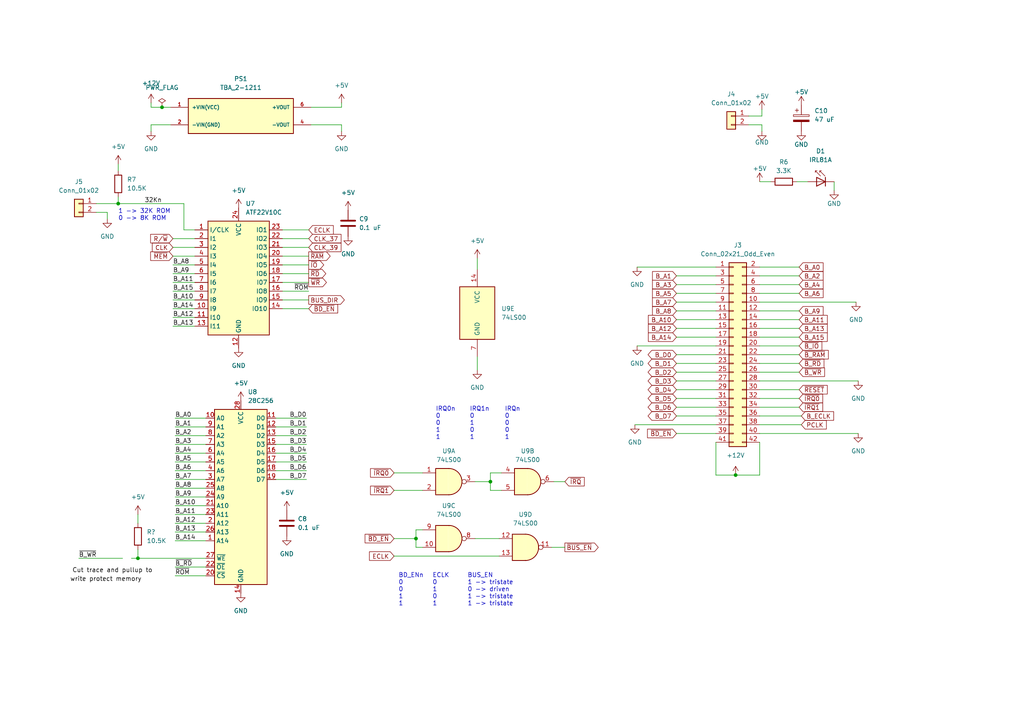
<source format=kicad_sch>
(kicad_sch (version 20211123) (generator eeschema)
  (paper "A4")
  (lib_symbols
    (symbol "0_JDL:ATF22V10C"
      (property "Reference" "U" (at 2.54 21.59 0))
      (property "Value" "ATF22V10C" (at 6.35 19.05 0))
      (symbol "ATF22V10C_0_0"
        (pin power_in line (at 0 -19.05 90) (length 3.81) (name "GND") (number "12"))
        (pin power_in line (at 0 21.59 270) (length 3.81) (name "VCC") (number "24"))
      )
      (symbol "ATF22V10C_0_1"
        (rectangle (start -8.89 17.78) (end 8.89 -15.24) (stroke (width 0.254)) (fill (type background)))
      )
      (symbol "ATF22V10C_1_1"
        (pin input line (at -12.7 15.24 0) (length 3.81) (name "I/CLK") (number "1"))
        (pin input line (at -12.7 -7.62 0) (length 3.81) (name "I9") (number "10"))
        (pin input line (at -12.7 -10.16 0) (length 3.81) (name "I10") (number "11"))
        (pin input line (at -12.7 -12.7 0) (length 3.81) (name "I11") (number "13"))
        (pin tri_state line (at 12.7 -7.62 180) (length 3.81) (name "IO10") (number "14"))
        (pin tri_state line (at 12.7 -5.08 180) (length 3.81) (name "IO9") (number "15"))
        (pin tri_state line (at 12.7 -2.54 180) (length 3.81) (name "IO8") (number "16"))
        (pin tri_state line (at 12.7 0 180) (length 3.81) (name "I07") (number "17"))
        (pin tri_state line (at 12.7 2.54 180) (length 3.81) (name "IO6") (number "18"))
        (pin tri_state line (at 12.7 5.08 180) (length 3.81) (name "IO5") (number "19"))
        (pin input line (at -12.7 12.7 0) (length 3.81) (name "I1") (number "2"))
        (pin tri_state line (at 12.7 7.62 180) (length 3.81) (name "IO4") (number "20"))
        (pin tri_state line (at 12.7 10.16 180) (length 3.81) (name "IO3") (number "21"))
        (pin tri_state line (at 12.7 12.7 180) (length 3.81) (name "IO2") (number "22"))
        (pin tri_state line (at 12.7 15.24 180) (length 3.81) (name "IO1") (number "23"))
        (pin input line (at -12.7 10.16 0) (length 3.81) (name "I2") (number "3"))
        (pin input line (at -12.7 7.62 0) (length 3.81) (name "I3") (number "4"))
        (pin input line (at -12.7 5.08 0) (length 3.81) (name "I4") (number "5"))
        (pin input line (at -12.7 2.54 0) (length 3.81) (name "I5") (number "6"))
        (pin input line (at -12.7 0 0) (length 3.81) (name "I6") (number "7"))
        (pin input line (at -12.7 -2.54 0) (length 3.81) (name "I7") (number "8"))
        (pin input line (at -12.7 -5.08 0) (length 3.81) (name "I8") (number "9"))
      )
    )
    (symbol "74xx:74LS00" (pin_names (offset 1.016))
      (property "Reference" "U" (at 0 1.27 0))
      (property "Value" "74LS00" (at 0 -1.27 0))
      (symbol "74LS00_1_1"
        (arc (start 0 -3.81) (mid 3.81 0) (end 0 3.81) (stroke (width 0.254)) (fill (type background)))
        (polyline (pts (xy 0 3.81) (xy -3.81 3.81) (xy -3.81 -3.81) (xy 0 -3.81)) (stroke (width 0.254)) (fill (type background)))
        (pin input line (at -7.62 2.54 0) (length 3.81) (name "~") (number "1"))
        (pin input line (at -7.62 -2.54 0) (length 3.81) (name "~") (number "2"))
        (pin output inverted (at 7.62 0 180) (length 3.81) (name "~") (number "3"))
      )
      (symbol "74LS00_1_2"
        (arc (start -3.81 -3.81) (mid -2.589 0) (end -3.81 3.81) (stroke (width 0.254)))
        (arc (start -0.6096 -3.81) (mid 2.1842 -2.5851) (end 3.81 0) (stroke (width 0.254)) (fill (type background)))
        (polyline (pts (xy -3.81 -3.81) (xy -0.635 -3.81)) (stroke (width 0.254)) (fill (type background)))
        (polyline (pts (xy -3.81 3.81) (xy -0.635 3.81)) (stroke (width 0.254)) (fill (type background)))
        (polyline (pts (xy -0.635 3.81) (xy -3.81 3.81) (xy -3.81 3.81) (xy -3.556 3.4036) (xy -3.0226 2.2606) (xy -2.6924 1.0414) (xy -2.6162 -0.254) (xy -2.7686 -1.4986) (xy -3.175 -2.7178) (xy -3.81 -3.81) (xy -3.81 -3.81) (xy -0.635 -3.81)) (stroke (width -25.4)) (fill (type background)))
        (arc (start 3.81 0) (mid 2.1915 2.5936) (end -0.6096 3.81) (stroke (width 0.254)) (fill (type background)))
        (pin input inverted (at -7.62 2.54 0) (length 4.318) (name "~") (number "1"))
        (pin input inverted (at -7.62 -2.54 0) (length 4.318) (name "~") (number "2"))
        (pin output line (at 7.62 0 180) (length 3.81) (name "~") (number "3"))
      )
      (symbol "74LS00_2_1"
        (arc (start 0 -3.81) (mid 3.81 0) (end 0 3.81) (stroke (width 0.254)) (fill (type background)))
        (polyline (pts (xy 0 3.81) (xy -3.81 3.81) (xy -3.81 -3.81) (xy 0 -3.81)) (stroke (width 0.254)) (fill (type background)))
        (pin input line (at -7.62 2.54 0) (length 3.81) (name "~") (number "4"))
        (pin input line (at -7.62 -2.54 0) (length 3.81) (name "~") (number "5"))
        (pin output inverted (at 7.62 0 180) (length 3.81) (name "~") (number "6"))
      )
      (symbol "74LS00_2_2"
        (arc (start -3.81 -3.81) (mid -2.589 0) (end -3.81 3.81) (stroke (width 0.254)))
        (arc (start -0.6096 -3.81) (mid 2.1842 -2.5851) (end 3.81 0) (stroke (width 0.254)) (fill (type background)))
        (polyline (pts (xy -3.81 -3.81) (xy -0.635 -3.81)) (stroke (width 0.254)) (fill (type background)))
        (polyline (pts (xy -3.81 3.81) (xy -0.635 3.81)) (stroke (width 0.254)) (fill (type background)))
        (polyline (pts (xy -0.635 3.81) (xy -3.81 3.81) (xy -3.81 3.81) (xy -3.556 3.4036) (xy -3.0226 2.2606) (xy -2.6924 1.0414) (xy -2.6162 -0.254) (xy -2.7686 -1.4986) (xy -3.175 -2.7178) (xy -3.81 -3.81) (xy -3.81 -3.81) (xy -0.635 -3.81)) (stroke (width -25.4)) (fill (type background)))
        (arc (start 3.81 0) (mid 2.1915 2.5936) (end -0.6096 3.81) (stroke (width 0.254)) (fill (type background)))
        (pin input inverted (at -7.62 2.54 0) (length 4.318) (name "~") (number "4"))
        (pin input inverted (at -7.62 -2.54 0) (length 4.318) (name "~") (number "5"))
        (pin output line (at 7.62 0 180) (length 3.81) (name "~") (number "6"))
      )
      (symbol "74LS00_3_1"
        (arc (start 0 -3.81) (mid 3.81 0) (end 0 3.81) (stroke (width 0.254)) (fill (type background)))
        (polyline (pts (xy 0 3.81) (xy -3.81 3.81) (xy -3.81 -3.81) (xy 0 -3.81)) (stroke (width 0.254)) (fill (type background)))
        (pin input line (at -7.62 -2.54 0) (length 3.81) (name "~") (number "10"))
        (pin output inverted (at 7.62 0 180) (length 3.81) (name "~") (number "8"))
        (pin input line (at -7.62 2.54 0) (length 3.81) (name "~") (number "9"))
      )
      (symbol "74LS00_3_2"
        (arc (start -3.81 -3.81) (mid -2.589 0) (end -3.81 3.81) (stroke (width 0.254)))
        (arc (start -0.6096 -3.81) (mid 2.1842 -2.5851) (end 3.81 0) (stroke (width 0.254)) (fill (type background)))
        (polyline (pts (xy -3.81 -3.81) (xy -0.635 -3.81)) (stroke (width 0.254)) (fill (type background)))
        (polyline (pts (xy -3.81 3.81) (xy -0.635 3.81)) (stroke (width 0.254)) (fill (type background)))
        (polyline (pts (xy -0.635 3.81) (xy -3.81 3.81) (xy -3.81 3.81) (xy -3.556 3.4036) (xy -3.0226 2.2606) (xy -2.6924 1.0414) (xy -2.6162 -0.254) (xy -2.7686 -1.4986) (xy -3.175 -2.7178) (xy -3.81 -3.81) (xy -3.81 -3.81) (xy -0.635 -3.81)) (stroke (width -25.4)) (fill (type background)))
        (arc (start 3.81 0) (mid 2.1915 2.5936) (end -0.6096 3.81) (stroke (width 0.254)) (fill (type background)))
        (pin input inverted (at -7.62 -2.54 0) (length 4.318) (name "~") (number "10"))
        (pin output line (at 7.62 0 180) (length 3.81) (name "~") (number "8"))
        (pin input inverted (at -7.62 2.54 0) (length 4.318) (name "~") (number "9"))
      )
      (symbol "74LS00_4_1"
        (arc (start 0 -3.81) (mid 3.81 0) (end 0 3.81) (stroke (width 0.254)) (fill (type background)))
        (polyline (pts (xy 0 3.81) (xy -3.81 3.81) (xy -3.81 -3.81) (xy 0 -3.81)) (stroke (width 0.254)) (fill (type background)))
        (pin output inverted (at 7.62 0 180) (length 3.81) (name "~") (number "11"))
        (pin input line (at -7.62 2.54 0) (length 3.81) (name "~") (number "12"))
        (pin input line (at -7.62 -2.54 0) (length 3.81) (name "~") (number "13"))
      )
      (symbol "74LS00_4_2"
        (arc (start -3.81 -3.81) (mid -2.589 0) (end -3.81 3.81) (stroke (width 0.254)))
        (arc (start -0.6096 -3.81) (mid 2.1842 -2.5851) (end 3.81 0) (stroke (width 0.254)) (fill (type background)))
        (polyline (pts (xy -3.81 -3.81) (xy -0.635 -3.81)) (stroke (width 0.254)) (fill (type background)))
        (polyline (pts (xy -3.81 3.81) (xy -0.635 3.81)) (stroke (width 0.254)) (fill (type background)))
        (polyline (pts (xy -0.635 3.81) (xy -3.81 3.81) (xy -3.81 3.81) (xy -3.556 3.4036) (xy -3.0226 2.2606) (xy -2.6924 1.0414) (xy -2.6162 -0.254) (xy -2.7686 -1.4986) (xy -3.175 -2.7178) (xy -3.81 -3.81) (xy -3.81 -3.81) (xy -0.635 -3.81)) (stroke (width -25.4)) (fill (type background)))
        (arc (start 3.81 0) (mid 2.1915 2.5936) (end -0.6096 3.81) (stroke (width 0.254)) (fill (type background)))
        (pin output line (at 7.62 0 180) (length 3.81) (name "~") (number "11"))
        (pin input inverted (at -7.62 2.54 0) (length 4.318) (name "~") (number "12"))
        (pin input inverted (at -7.62 -2.54 0) (length 4.318) (name "~") (number "13"))
      )
      (symbol "74LS00_5_0"
        (pin power_in line (at 0 12.7 270) (length 5.08) (name "VCC") (number "14"))
        (pin power_in line (at 0 -12.7 90) (length 5.08) (name "GND") (number "7"))
      )
      (symbol "74LS00_5_1"
        (rectangle (start -5.08 7.62) (end 5.08 -7.62) (stroke (width 0.254)) (fill (type background)))
      )
    )
    (symbol "Connector_Generic:Conn_01x02" (pin_names (offset 1.016) hide)
      (property "Reference" "J" (at 0 2.54 0))
      (property "Value" "Conn_01x02" (at 0 -5.08 0))
      (symbol "Conn_01x02_1_1"
        (rectangle (start -1.27 -2.413) (end 0 -2.667) (stroke (width 0.1524)))
        (rectangle (start -1.27 0.127) (end 0 -0.127) (stroke (width 0.1524)))
        (rectangle (start -1.27 1.27) (end 1.27 -3.81) (stroke (width 0.254)) (fill (type background)))
        (pin passive line (at -5.08 0 0) (length 3.81) (name "Pin_1") (number "1"))
        (pin passive line (at -5.08 -2.54 0) (length 3.81) (name "Pin_2") (number "2"))
      )
    )
    (symbol "Connector_Generic:Conn_02x21_Odd_Even" (pin_names (offset 1.016) hide)
      (property "Reference" "J" (at 1.27 27.94 0))
      (property "Value" "Conn_02x21_Odd_Even" (at 1.27 -27.94 0))
      (symbol "Conn_02x21_Odd_Even_1_1"
        (rectangle (start -1.27 -25.273) (end 0 -25.527) (stroke (width 0.1524)))
        (rectangle (start -1.27 -22.733) (end 0 -22.987) (stroke (width 0.1524)))
        (rectangle (start -1.27 -20.193) (end 0 -20.447) (stroke (width 0.1524)))
        (rectangle (start -1.27 -17.653) (end 0 -17.907) (stroke (width 0.1524)))
        (rectangle (start -1.27 -15.113) (end 0 -15.367) (stroke (width 0.1524)))
        (rectangle (start -1.27 -12.573) (end 0 -12.827) (stroke (width 0.1524)))
        (rectangle (start -1.27 -10.033) (end 0 -10.287) (stroke (width 0.1524)))
        (rectangle (start -1.27 -7.493) (end 0 -7.747) (stroke (width 0.1524)))
        (rectangle (start -1.27 -4.953) (end 0 -5.207) (stroke (width 0.1524)))
        (rectangle (start -1.27 -2.413) (end 0 -2.667) (stroke (width 0.1524)))
        (rectangle (start -1.27 0.127) (end 0 -0.127) (stroke (width 0.1524)))
        (rectangle (start -1.27 2.667) (end 0 2.413) (stroke (width 0.1524)))
        (rectangle (start -1.27 5.207) (end 0 4.953) (stroke (width 0.1524)))
        (rectangle (start -1.27 7.747) (end 0 7.493) (stroke (width 0.1524)))
        (rectangle (start -1.27 10.287) (end 0 10.033) (stroke (width 0.1524)))
        (rectangle (start -1.27 12.827) (end 0 12.573) (stroke (width 0.1524)))
        (rectangle (start -1.27 15.367) (end 0 15.113) (stroke (width 0.1524)))
        (rectangle (start -1.27 17.907) (end 0 17.653) (stroke (width 0.1524)))
        (rectangle (start -1.27 20.447) (end 0 20.193) (stroke (width 0.1524)))
        (rectangle (start -1.27 22.987) (end 0 22.733) (stroke (width 0.1524)))
        (rectangle (start -1.27 25.527) (end 0 25.273) (stroke (width 0.1524)))
        (rectangle (start -1.27 26.67) (end 3.81 -26.67) (stroke (width 0.254)) (fill (type background)))
        (rectangle (start 3.81 -25.273) (end 2.54 -25.527) (stroke (width 0.1524)))
        (rectangle (start 3.81 -22.733) (end 2.54 -22.987) (stroke (width 0.1524)))
        (rectangle (start 3.81 -20.193) (end 2.54 -20.447) (stroke (width 0.1524)))
        (rectangle (start 3.81 -17.653) (end 2.54 -17.907) (stroke (width 0.1524)))
        (rectangle (start 3.81 -15.113) (end 2.54 -15.367) (stroke (width 0.1524)))
        (rectangle (start 3.81 -12.573) (end 2.54 -12.827) (stroke (width 0.1524)))
        (rectangle (start 3.81 -10.033) (end 2.54 -10.287) (stroke (width 0.1524)))
        (rectangle (start 3.81 -7.493) (end 2.54 -7.747) (stroke (width 0.1524)))
        (rectangle (start 3.81 -4.953) (end 2.54 -5.207) (stroke (width 0.1524)))
        (rectangle (start 3.81 -2.413) (end 2.54 -2.667) (stroke (width 0.1524)))
        (rectangle (start 3.81 0.127) (end 2.54 -0.127) (stroke (width 0.1524)))
        (rectangle (start 3.81 2.667) (end 2.54 2.413) (stroke (width 0.1524)))
        (rectangle (start 3.81 5.207) (end 2.54 4.953) (stroke (width 0.1524)))
        (rectangle (start 3.81 7.747) (end 2.54 7.493) (stroke (width 0.1524)))
        (rectangle (start 3.81 10.287) (end 2.54 10.033) (stroke (width 0.1524)))
        (rectangle (start 3.81 12.827) (end 2.54 12.573) (stroke (width 0.1524)))
        (rectangle (start 3.81 15.367) (end 2.54 15.113) (stroke (width 0.1524)))
        (rectangle (start 3.81 17.907) (end 2.54 17.653) (stroke (width 0.1524)))
        (rectangle (start 3.81 20.447) (end 2.54 20.193) (stroke (width 0.1524)))
        (rectangle (start 3.81 22.987) (end 2.54 22.733) (stroke (width 0.1524)))
        (rectangle (start 3.81 25.527) (end 2.54 25.273) (stroke (width 0.1524)))
        (pin passive line (at -5.08 25.4 0) (length 3.81) (name "Pin_1") (number "1"))
        (pin passive line (at 7.62 15.24 180) (length 3.81) (name "Pin_10") (number "10"))
        (pin passive line (at -5.08 12.7 0) (length 3.81) (name "Pin_11") (number "11"))
        (pin passive line (at 7.62 12.7 180) (length 3.81) (name "Pin_12") (number "12"))
        (pin passive line (at -5.08 10.16 0) (length 3.81) (name "Pin_13") (number "13"))
        (pin passive line (at 7.62 10.16 180) (length 3.81) (name "Pin_14") (number "14"))
        (pin passive line (at -5.08 7.62 0) (length 3.81) (name "Pin_15") (number "15"))
        (pin passive line (at 7.62 7.62 180) (length 3.81) (name "Pin_16") (number "16"))
        (pin passive line (at -5.08 5.08 0) (length 3.81) (name "Pin_17") (number "17"))
        (pin passive line (at 7.62 5.08 180) (length 3.81) (name "Pin_18") (number "18"))
        (pin passive line (at -5.08 2.54 0) (length 3.81) (name "Pin_19") (number "19"))
        (pin passive line (at 7.62 25.4 180) (length 3.81) (name "Pin_2") (number "2"))
        (pin passive line (at 7.62 2.54 180) (length 3.81) (name "Pin_20") (number "20"))
        (pin passive line (at -5.08 0 0) (length 3.81) (name "Pin_21") (number "21"))
        (pin passive line (at 7.62 0 180) (length 3.81) (name "Pin_22") (number "22"))
        (pin passive line (at -5.08 -2.54 0) (length 3.81) (name "Pin_23") (number "23"))
        (pin passive line (at 7.62 -2.54 180) (length 3.81) (name "Pin_24") (number "24"))
        (pin passive line (at -5.08 -5.08 0) (length 3.81) (name "Pin_25") (number "25"))
        (pin passive line (at 7.62 -5.08 180) (length 3.81) (name "Pin_26") (number "26"))
        (pin passive line (at -5.08 -7.62 0) (length 3.81) (name "Pin_27") (number "27"))
        (pin passive line (at 7.62 -7.62 180) (length 3.81) (name "Pin_28") (number "28"))
        (pin passive line (at -5.08 -10.16 0) (length 3.81) (name "Pin_29") (number "29"))
        (pin passive line (at -5.08 22.86 0) (length 3.81) (name "Pin_3") (number "3"))
        (pin passive line (at 7.62 -10.16 180) (length 3.81) (name "Pin_30") (number "30"))
        (pin passive line (at -5.08 -12.7 0) (length 3.81) (name "Pin_31") (number "31"))
        (pin passive line (at 7.62 -12.7 180) (length 3.81) (name "Pin_32") (number "32"))
        (pin passive line (at -5.08 -15.24 0) (length 3.81) (name "Pin_33") (number "33"))
        (pin passive line (at 7.62 -15.24 180) (length 3.81) (name "Pin_34") (number "34"))
        (pin passive line (at -5.08 -17.78 0) (length 3.81) (name "Pin_35") (number "35"))
        (pin passive line (at 7.62 -17.78 180) (length 3.81) (name "Pin_36") (number "36"))
        (pin passive line (at -5.08 -20.32 0) (length 3.81) (name "Pin_37") (number "37"))
        (pin passive line (at 7.62 -20.32 180) (length 3.81) (name "Pin_38") (number "38"))
        (pin passive line (at -5.08 -22.86 0) (length 3.81) (name "Pin_39") (number "39"))
        (pin passive line (at 7.62 22.86 180) (length 3.81) (name "Pin_4") (number "4"))
        (pin passive line (at 7.62 -22.86 180) (length 3.81) (name "Pin_40") (number "40"))
        (pin passive line (at -5.08 -25.4 0) (length 3.81) (name "Pin_41") (number "41"))
        (pin passive line (at 7.62 -25.4 180) (length 3.81) (name "Pin_42") (number "42"))
        (pin passive line (at -5.08 20.32 0) (length 3.81) (name "Pin_5") (number "5"))
        (pin passive line (at 7.62 20.32 180) (length 3.81) (name "Pin_6") (number "6"))
        (pin passive line (at -5.08 17.78 0) (length 3.81) (name "Pin_7") (number "7"))
        (pin passive line (at 7.62 17.78 180) (length 3.81) (name "Pin_8") (number "8"))
        (pin passive line (at -5.08 15.24 0) (length 3.81) (name "Pin_9") (number "9"))
      )
    )
    (symbol "Device:C" (pin_numbers hide) (pin_names (offset 0.254))
      (property "Reference" "C" (at 0.635 2.54 0))
      (property "Value" "C" (at 0.635 -2.54 0))
      (symbol "C_0_1"
        (polyline (pts (xy -2.032 -0.762) (xy 2.032 -0.762)) (stroke (width 0.508)))
        (polyline (pts (xy -2.032 0.762) (xy 2.032 0.762)) (stroke (width 0.508)))
      )
      (symbol "C_1_1"
        (pin passive line (at 0 3.81 270) (length 2.794) (name "~") (number "1"))
        (pin passive line (at 0 -3.81 90) (length 2.794) (name "~") (number "2"))
      )
    )
    (symbol "Device:C_Polarized" (pin_numbers hide) (pin_names (offset 0.254))
      (property "Reference" "C" (at 0.635 2.54 0))
      (property "Value" "C_Polarized" (at 0.635 -2.54 0))
      (symbol "C_Polarized_0_1"
        (rectangle (start -2.286 0.508) (end 2.286 1.016))
        (polyline (pts (xy -1.778 2.286) (xy -0.762 2.286)))
        (polyline (pts (xy -1.27 2.794) (xy -1.27 1.778)))
        (rectangle (start 2.286 -0.508) (end -2.286 -1.016) (fill (type outline)))
      )
      (symbol "C_Polarized_1_1"
        (pin passive line (at 0 3.81 270) (length 2.794) (name "~") (number "1"))
        (pin passive line (at 0 -3.81 90) (length 2.794) (name "~") (number "2"))
      )
    )
    (symbol "Device:R" (pin_numbers hide) (pin_names (offset 0))
      (property "Reference" "R" (at 2.032 0 90))
      (property "Value" "R" (at 0 0 90))
      (symbol "R_0_1"
        (rectangle (start -1.016 -2.54) (end 1.016 2.54) (stroke (width 0.254)))
      )
      (symbol "R_1_1"
        (pin passive line (at 0 3.81 270) (length 1.27) (name "~") (number "1"))
        (pin passive line (at 0 -3.81 90) (length 1.27) (name "~") (number "2"))
      )
    )
    (symbol "LED:IRL81A" (pin_numbers hide) (pin_names (offset 1.016) hide)
      (property "Reference" "D" (at 0.508 1.778 0))
      (property "Value" "IRL81A" (at -1.016 -2.794 0))
      (symbol "IRL81A_0_1"
        (polyline (pts (xy -2.54 0) (xy 0 0)))
        (polyline (pts (xy -2.54 1.27) (xy -2.54 -1.27)) (stroke (width 0.254)))
        (polyline (pts (xy 0.381 3.175) (xy -0.127 3.175)))
        (polyline (pts (xy -1.143 1.651) (xy 0.381 3.175) (xy 0.381 2.667)))
        (polyline (pts (xy 0 -1.27) (xy 0 1.27) (xy -2.54 0) (xy 0 -1.27)) (stroke (width 0.254)))
        (polyline (pts (xy -2.413 1.651) (xy -0.889 3.175) (xy -0.889 2.667) (xy -0.889 3.175) (xy -1.397 3.175)))
      )
      (symbol "IRL81A_1_1"
        (pin passive line (at -5.08 0 0) (length 2.54) (name "K") (number "1"))
        (pin passive line (at 2.54 0 180) (length 2.54) (name "A") (number "2"))
      )
    )
    (symbol "Memory_EEPROM:28C256"
      (property "Reference" "U" (at -7.62 26.67 0))
      (property "Value" "28C256" (at 2.54 -26.67 0))
      (symbol "28C256_1_1"
        (rectangle (start -7.62 25.4) (end 7.62 -25.4) (stroke (width 0.254)) (fill (type background)))
        (pin input line (at -10.16 -12.7 0) (length 2.54) (name "A14") (number "1"))
        (pin input line (at -10.16 22.86 0) (length 2.54) (name "A0") (number "10"))
        (pin tri_state line (at 10.16 22.86 180) (length 2.54) (name "D0") (number "11"))
        (pin tri_state line (at 10.16 20.32 180) (length 2.54) (name "D1") (number "12"))
        (pin tri_state line (at 10.16 17.78 180) (length 2.54) (name "D2") (number "13"))
        (pin power_in line (at 0 -27.94 90) (length 2.54) (name "GND") (number "14"))
        (pin tri_state line (at 10.16 15.24 180) (length 2.54) (name "D3") (number "15"))
        (pin tri_state line (at 10.16 12.7 180) (length 2.54) (name "D4") (number "16"))
        (pin tri_state line (at 10.16 10.16 180) (length 2.54) (name "D5") (number "17"))
        (pin tri_state line (at 10.16 7.62 180) (length 2.54) (name "D6") (number "18"))
        (pin tri_state line (at 10.16 5.08 180) (length 2.54) (name "D7") (number "19"))
        (pin input line (at -10.16 -7.62 0) (length 2.54) (name "A12") (number "2"))
        (pin input line (at -10.16 -22.86 0) (length 2.54) (name "~{CS}") (number "20"))
        (pin input line (at -10.16 -2.54 0) (length 2.54) (name "A10") (number "21"))
        (pin input line (at -10.16 -20.32 0) (length 2.54) (name "~{OE}") (number "22"))
        (pin input line (at -10.16 -5.08 0) (length 2.54) (name "A11") (number "23"))
        (pin input line (at -10.16 0 0) (length 2.54) (name "A9") (number "24"))
        (pin input line (at -10.16 2.54 0) (length 2.54) (name "A8") (number "25"))
        (pin input line (at -10.16 -10.16 0) (length 2.54) (name "A13") (number "26"))
        (pin input line (at -10.16 -17.78 0) (length 2.54) (name "~{WE}") (number "27"))
        (pin power_in line (at 0 27.94 270) (length 2.54) (name "VCC") (number "28"))
        (pin input line (at -10.16 5.08 0) (length 2.54) (name "A7") (number "3"))
        (pin input line (at -10.16 7.62 0) (length 2.54) (name "A6") (number "4"))
        (pin input line (at -10.16 10.16 0) (length 2.54) (name "A5") (number "5"))
        (pin input line (at -10.16 12.7 0) (length 2.54) (name "A4") (number "6"))
        (pin input line (at -10.16 15.24 0) (length 2.54) (name "A3") (number "7"))
        (pin input line (at -10.16 17.78 0) (length 2.54) (name "A2") (number "8"))
        (pin input line (at -10.16 20.32 0) (length 2.54) (name "A1") (number "9"))
      )
    )
    (symbol "TBA_2-1211:TBA_2-1211" (pin_names (offset 1.016))
      (property "Reference" "PS1" (at 0 10.795 0))
      (property "Value" "TBA_2-1211" (at 0 8.255 0))
      (symbol "TBA_2-1211_0_0"
        (rectangle (start -15.24 -5.08) (end 15.24 5.08) (stroke (width 0.254)) (fill (type background)))
        (pin power_in line (at -20.32 2.54 0) (length 5.08) (name "+VIN(VCC)") (number "1"))
        (pin power_out line (at -20.32 -2.54 0) (length 5.08) (name "-VIN(GND)") (number "2"))
        (pin power_in line (at 20.32 -2.54 180) (length 5.08) (name "-VOUT") (number "4"))
        (pin power_out line (at 20.32 2.54 180) (length 5.08) (name "+VOUT") (number "6"))
      )
    )
    (symbol "power:+12V" (power) (pin_names (offset 0))
      (property "Value" "+12V" (at 0 3.556 0))
      (symbol "+12V_0_1"
        (polyline (pts (xy -0.762 1.27) (xy 0 2.54)))
        (polyline (pts (xy 0 0) (xy 0 2.54)))
        (polyline (pts (xy 0 2.54) (xy 0.762 1.27)))
      )
      (symbol "+12V_1_1"
        (pin power_in line (at 0 0 90) (length 0) hide (name "+12V") (number "1"))
      )
    )
    (symbol "power:+5V" (power) (pin_names (offset 0))
      (property "Value" "+5V" (at 0 3.556 0))
      (symbol "+5V_0_1"
        (polyline (pts (xy -0.762 1.27) (xy 0 2.54)))
        (polyline (pts (xy 0 0) (xy 0 2.54)))
        (polyline (pts (xy 0 2.54) (xy 0.762 1.27)))
      )
      (symbol "+5V_1_1"
        (pin power_in line (at 0 0 90) (length 0) hide (name "+5V") (number "1"))
      )
    )
    (symbol "power:GND" (power) (pin_names (offset 0))
      (property "Value" "GND" (at 0 -3.81 0))
      (symbol "GND_0_1"
        (polyline (pts (xy 0 0) (xy 0 -1.27) (xy 1.27 -1.27) (xy 0 -2.54) (xy -1.27 -1.27) (xy 0 -1.27)))
      )
      (symbol "GND_1_1"
        (pin power_in line (at 0 0 270) (length 0) hide (name "GND") (number "1"))
      )
    )
    (symbol "power:PWR_FLAG" (power) (pin_numbers hide) (pin_names (offset 0) hide)
      (property "Value" "PWR_FLAG" (at 0 3.81 0))
      (symbol "PWR_FLAG_0_0"
        (pin power_out line (at 0 0 90) (length 0) (name "pwr") (number "1"))
      )
      (symbol "PWR_FLAG_0_1"
        (polyline (pts (xy 0 0) (xy 0 1.27) (xy -1.016 1.905) (xy 0 2.54) (xy 1.016 1.905) (xy 0 1.27)))
      )
    )
  )
  (junction (at 40.005 161.925))
  (junction (at 120.65 156.21))
  (junction (at 34.29 59.055))
  (junction (at 142.24 139.7))
  (junction (at 213.36 137.795))
  (junction (at 46.99 31.115))
  (wire (pts (xy 50.8 151.765) (xy 59.69 151.765)))
  (wire (pts (xy 138.43 103.505) (xy 138.43 107.315)))
  (wire (pts (xy 196.215 125.73) (xy 207.645 125.73)))
  (wire (pts (xy 184.785 77.47) (xy 207.645 77.47)))
  (wire (pts (xy 50.165 89.535) (xy 56.515 89.535)))
  (wire (pts (xy 81.915 71.755) (xy 89.535 71.755)))
  (wire (pts (xy 196.215 90.17) (xy 207.645 90.17)))
  (wire (pts (xy 196.215 120.65) (xy 207.645 120.65)))
  (wire (pts (xy 220.345 120.65) (xy 232.41 120.65)))
  (wire (pts (xy 50.165 79.375) (xy 56.515 79.375)))
  (wire (pts (xy 217.17 36.195) (xy 220.98 36.195)))
  (wire (pts (xy 160.02 158.75) (xy 163.83 158.75)))
  (wire (pts (xy 114.3 142.24) (xy 122.555 142.24)))
  (wire (pts (xy 196.215 97.79) (xy 207.645 97.79)))
  (wire (pts (xy 220.345 102.87) (xy 231.775 102.87)))
  (wire (pts (xy 196.215 115.57) (xy 207.645 115.57)))
  (wire (pts (xy 50.8 167.005) (xy 59.69 167.005)))
  (wire (pts (xy 50.8 126.365) (xy 59.69 126.365)))
  (wire (pts (xy 220.345 125.73) (xy 248.92 125.73)))
  (wire (pts (xy 220.345 113.03) (xy 231.775 113.03)))
  (wire (pts (xy 122.555 153.67) (xy 120.65 153.67)))
  (wire (pts (xy 142.24 142.24) (xy 142.24 139.7)))
  (wire (pts (xy 120.65 158.75) (xy 122.555 158.75)))
  (wire (pts (xy 81.915 69.215) (xy 89.535 69.215)))
  (wire (pts (xy 27.94 59.055) (xy 34.29 59.055)))
  (wire (pts (xy 38.1 161.925) (xy 40.005 161.925)))
  (wire (pts (xy 43.815 31.115) (xy 46.99 31.115)))
  (wire (pts (xy 50.165 76.835) (xy 56.515 76.835)))
  (wire (pts (xy 196.215 110.49) (xy 207.645 110.49)))
  (wire (pts (xy 81.915 79.375) (xy 89.535 79.375)))
  (wire (pts (xy 81.915 84.455) (xy 89.535 84.455)))
  (wire (pts (xy 220.345 128.27) (xy 220.345 137.795)))
  (wire (pts (xy 81.915 81.915) (xy 89.535 81.915)))
  (wire (pts (xy 142.24 137.16) (xy 142.24 139.7)))
  (wire (pts (xy 114.3 161.29) (xy 144.78 161.29)))
  (wire (pts (xy 81.915 66.675) (xy 89.535 66.675)))
  (wire (pts (xy 99.06 29.845) (xy 99.06 31.115)))
  (wire (pts (xy 220.345 82.55) (xy 231.775 82.55)))
  (wire (pts (xy 56.515 66.675) (xy 53.34 66.675)))
  (wire (pts (xy 196.215 85.09) (xy 207.645 85.09)))
  (wire (pts (xy 120.65 153.67) (xy 120.65 156.21)))
  (wire (pts (xy 196.215 102.87) (xy 207.645 102.87)))
  (wire (pts (xy 220.345 110.49) (xy 248.92 110.49)))
  (wire (pts (xy 114.3 137.16) (xy 122.555 137.16)))
  (wire (pts (xy 207.645 137.795) (xy 213.36 137.795)))
  (wire (pts (xy 220.345 118.11) (xy 231.775 118.11)))
  (wire (pts (xy 220.345 52.705) (xy 223.52 52.705)))
  (wire (pts (xy 34.29 59.055) (xy 53.34 59.055)))
  (wire (pts (xy 81.915 86.995) (xy 89.535 86.995)))
  (wire (pts (xy 220.345 100.33) (xy 231.775 100.33)))
  (wire (pts (xy 80.01 128.905) (xy 88.9 128.905)))
  (wire (pts (xy 80.01 139.065) (xy 88.9 139.065)))
  (wire (pts (xy 81.915 74.295) (xy 89.535 74.295)))
  (wire (pts (xy 50.8 128.905) (xy 59.69 128.905)))
  (wire (pts (xy 220.345 115.57) (xy 231.775 115.57)))
  (wire (pts (xy 50.8 136.525) (xy 59.69 136.525)))
  (wire (pts (xy 50.165 94.615) (xy 56.515 94.615)))
  (wire (pts (xy 80.01 121.285) (xy 88.9 121.285)))
  (wire (pts (xy 46.99 31.115) (xy 49.53 31.115)))
  (wire (pts (xy 160.655 139.7) (xy 163.83 139.7)))
  (wire (pts (xy 22.86 161.925) (xy 35.56 161.925)))
  (wire (pts (xy 50.8 144.145) (xy 59.69 144.145)))
  (wire (pts (xy 184.15 123.19) (xy 207.645 123.19)))
  (wire (pts (xy 31.115 61.595) (xy 31.115 63.5)))
  (wire (pts (xy 196.215 118.11) (xy 207.645 118.11)))
  (wire (pts (xy 220.345 90.17) (xy 231.775 90.17)))
  (wire (pts (xy 114.3 156.21) (xy 120.65 156.21)))
  (wire (pts (xy 80.01 126.365) (xy 88.9 126.365)))
  (wire (pts (xy 196.215 87.63) (xy 207.645 87.63)))
  (wire (pts (xy 50.165 69.215) (xy 56.515 69.215)))
  (wire (pts (xy 220.98 38.1) (xy 220.98 36.195)))
  (wire (pts (xy 196.215 113.03) (xy 207.645 113.03)))
  (wire (pts (xy 53.34 59.055) (xy 53.34 66.675)))
  (wire (pts (xy 50.165 81.915) (xy 56.515 81.915)))
  (wire (pts (xy 196.215 92.71) (xy 207.645 92.71)))
  (wire (pts (xy 145.415 137.16) (xy 142.24 137.16)))
  (wire (pts (xy 90.17 36.195) (xy 99.06 36.195)))
  (wire (pts (xy 80.01 133.985) (xy 88.9 133.985)))
  (wire (pts (xy 220.345 107.95) (xy 231.775 107.95)))
  (wire (pts (xy 50.8 131.445) (xy 59.69 131.445)))
  (wire (pts (xy 220.345 105.41) (xy 231.775 105.41)))
  (wire (pts (xy 40.005 149.225) (xy 40.005 151.765)))
  (wire (pts (xy 50.165 86.995) (xy 56.515 86.995)))
  (wire (pts (xy 50.165 92.075) (xy 56.515 92.075)))
  (wire (pts (xy 220.345 80.01) (xy 231.775 80.01)))
  (wire (pts (xy 40.005 159.385) (xy 40.005 161.925)))
  (wire (pts (xy 27.94 61.595) (xy 31.115 61.595)))
  (wire (pts (xy 34.29 47.625) (xy 34.29 49.53)))
  (wire (pts (xy 50.165 84.455) (xy 56.515 84.455)))
  (wire (pts (xy 50.8 133.985) (xy 59.69 133.985)))
  (wire (pts (xy 220.345 92.71) (xy 231.775 92.71)))
  (wire (pts (xy 220.345 85.09) (xy 231.775 85.09)))
  (wire (pts (xy 207.645 128.27) (xy 207.645 137.795)))
  (wire (pts (xy 196.215 82.55) (xy 207.645 82.55)))
  (wire (pts (xy 50.8 164.465) (xy 59.69 164.465)))
  (wire (pts (xy 120.65 156.21) (xy 120.65 158.75)))
  (wire (pts (xy 80.01 136.525) (xy 88.9 136.525)))
  (wire (pts (xy 50.8 149.225) (xy 59.69 149.225)))
  (wire (pts (xy 50.165 74.295) (xy 56.515 74.295)))
  (wire (pts (xy 220.345 77.47) (xy 231.775 77.47)))
  (wire (pts (xy 196.215 105.41) (xy 207.645 105.41)))
  (wire (pts (xy 241.935 52.705) (xy 241.935 55.245)))
  (wire (pts (xy 217.17 33.655) (xy 220.98 33.655)))
  (wire (pts (xy 213.36 137.795) (xy 220.345 137.795)))
  (wire (pts (xy 145.415 142.24) (xy 142.24 142.24)))
  (wire (pts (xy 196.215 107.95) (xy 207.645 107.95)))
  (wire (pts (xy 231.14 52.705) (xy 234.315 52.705)))
  (wire (pts (xy 137.795 139.7) (xy 142.24 139.7)))
  (wire (pts (xy 81.915 76.835) (xy 89.535 76.835)))
  (wire (pts (xy 49.53 36.195) (xy 43.815 36.195)))
  (wire (pts (xy 40.005 161.925) (xy 59.69 161.925)))
  (wire (pts (xy 50.8 156.845) (xy 59.69 156.845)))
  (wire (pts (xy 80.01 131.445) (xy 88.9 131.445)))
  (wire (pts (xy 220.98 33.655) (xy 220.98 31.75)))
  (wire (pts (xy 43.815 36.195) (xy 43.815 38.1)))
  (wire (pts (xy 137.795 156.21) (xy 144.78 156.21)))
  (wire (pts (xy 220.345 87.63) (xy 248.285 87.63)))
  (wire (pts (xy 184.785 100.33) (xy 207.645 100.33)))
  (wire (pts (xy 220.345 123.19) (xy 232.41 123.19)))
  (wire (pts (xy 50.8 121.285) (xy 59.69 121.285)))
  (wire (pts (xy 50.8 154.305) (xy 59.69 154.305)))
  (wire (pts (xy 99.06 36.195) (xy 99.06 38.1)))
  (wire (pts (xy 80.01 123.825) (xy 88.9 123.825)))
  (wire (pts (xy 90.17 31.115) (xy 99.06 31.115)))
  (wire (pts (xy 50.8 146.685) (xy 59.69 146.685)))
  (wire (pts (xy 196.215 95.25) (xy 207.645 95.25)))
  (wire (pts (xy 43.815 29.845) (xy 43.815 31.115)))
  (wire (pts (xy 196.215 80.01) (xy 207.645 80.01)))
  (wire (pts (xy 50.165 71.755) (xy 56.515 71.755)))
  (wire (pts (xy 220.345 97.79) (xy 231.775 97.79)))
  (wire (pts (xy 138.43 74.93) (xy 138.43 78.105)))
  (wire (pts (xy 50.8 139.065) (xy 59.69 139.065)))
  (wire (pts (xy 34.29 57.15) (xy 34.29 59.055)))
  (wire (pts (xy 220.345 95.25) (xy 231.775 95.25)))
  (wire (pts (xy 50.8 123.825) (xy 59.69 123.825)))
  (wire (pts (xy 50.8 141.605) (xy 59.69 141.605)))
  (wire (pts (xy 81.915 89.535) (xy 89.535 89.535)))
  (text "1 -> 32K ROM\n0 -> 8K ROM" (at 34.29 64.135 0) (effects (font (size 1.27 1.27)) (justify left bottom)))
  (text "IRQ0n	IRQ1n	IRQn\n0		0		0\n0		1		0\n1		0		0\n1		1		1" (at 126.365 127.635 0) (effects (font (size 1.27 1.27)) (justify left bottom)))
  (text "BD_ENn	ECLK	BUS_EN\n0		0		1 -> tristate\n0		1		0 -> driven\n1		0		1 -> tristate\n1		1		1 -> tristate" (at 115.57 175.895 0) (effects (font (size 1.27 1.27)) (justify left bottom)))
  (label "32Kn" (at 41.91 59.055 0))
  (label "B_A0" (at 50.8 121.285 0))
  (label "B_D7" (at 88.9 139.065 180))
  (label "B_A15" (at 50.165 84.455 0))
  (label "B_A8" (at 50.8 141.605 0))
  (label "B_A10" (at 50.8 146.685 0))
  (label "B_A9" (at 50.8 144.145 0))
  (label "B_A14" (at 50.8 156.845 0))
  (label "B_D1" (at 88.9 123.825 180))
  (label "B_A10" (at 50.165 86.995 0))
  (label "B_D0" (at 88.9 121.285 180))
  (label "B_A14" (at 50.165 89.535 0))
  (label "B_A11" (at 50.8 149.225 0))
  (label "B_A8" (at 50.165 76.835 0))
  (label "write protect memory" (at 20.32 168.91 0))
  (label "B_D5" (at 88.9 133.985 180))
  (label "B_A7" (at 50.8 139.065 0))
  (label "B_D2" (at 88.9 126.365 180))
  (label "B_D6" (at 88.9 136.525 180))
  (label "B_A12" (at 50.8 151.765 0))
  (label "B_A1" (at 50.8 123.825 0))
  (label "B_A5" (at 50.8 133.985 0))
  (label "B_A3" (at 50.8 128.905 0))
  (label "Cut trace and pullup to" (at 20.955 166.37 0))
  (label "B_A12" (at 50.165 92.075 0))
  (label "~{B_WR}" (at 22.86 161.925 0))
  (label "B_A13" (at 50.8 154.305 0))
  (label "~{ROM}" (at 50.8 167.005 0))
  (label "B_A6" (at 50.8 136.525 0))
  (label "B_D4" (at 88.9 131.445 180))
  (label "B_A13" (at 50.165 94.615 0))
  (label "B_A11" (at 50.165 81.915 0))
  (label "B_D3" (at 88.9 128.905 180))
  (label "~{B_RD}" (at 50.8 164.465 0))
  (label "B_A2" (at 50.8 126.365 0))
  (label "B_A9" (at 50.165 79.375 0))
  (label "B_A4" (at 50.8 131.445 0))
  (label "~{ROM}" (at 89.535 84.455 180))
  (global_label "B_A3" (shape input) (at 196.215 82.55 180) (property "Intersheet References" "${INTERSHEET_REFS}" (effects hide)))
  (global_label "B_A12" (shape input) (at 196.215 95.25 180) (property "Intersheet References" "${INTERSHEET_REFS}" (effects hide)))
  (global_label "~{IRQ1}" (shape input) (at 231.775 118.11 0) (property "Intersheet References" "${INTERSHEET_REFS}" (effects hide)))
  (global_label "BUS_DIR" (shape output) (at 89.535 86.995 0) (property "Intersheet References" "${INTERSHEET_REFS}" (effects hide)))
  (global_label "CLK_37" (shape input) (at 89.535 69.215 0) (property "Intersheet References" "${INTERSHEET_REFS}" (effects hide)))
  (global_label "~{B_IO}" (shape input) (at 231.775 100.33 0) (property "Intersheet References" "${INTERSHEET_REFS}" (effects hide)))
  (global_label "B_A9" (shape input) (at 231.775 90.17 0) (property "Intersheet References" "${INTERSHEET_REFS}" (effects hide)))
  (global_label "B_D3" (shape bidirectional) (at 196.215 110.49 180) (property "Intersheet References" "${INTERSHEET_REFS}" (effects hide)))
  (global_label "R{slash}~{W}" (shape input) (at 50.165 69.215 180) (property "Intersheet References" "${INTERSHEET_REFS}" (effects hide)))
  (global_label "B_D7" (shape bidirectional) (at 196.215 120.65 180) (property "Intersheet References" "${INTERSHEET_REFS}" (effects hide)))
  (global_label "B_D6" (shape bidirectional) (at 196.215 118.11 180) (property "Intersheet References" "${INTERSHEET_REFS}" (effects hide)))
  (global_label "CLK" (shape input) (at 50.165 71.755 180) (property "Intersheet References" "${INTERSHEET_REFS}" (effects hide)))
  (global_label "B_ECLK" (shape input) (at 232.41 120.65 0) (property "Intersheet References" "${INTERSHEET_REFS}" (effects hide)))
  (global_label "~{MEM}" (shape input) (at 50.165 74.295 180) (property "Intersheet References" "${INTERSHEET_REFS}" (effects hide)))
  (global_label "B_A1" (shape input) (at 196.215 80.01 180) (property "Intersheet References" "${INTERSHEET_REFS}" (effects hide)))
  (global_label "~{RD}" (shape output) (at 89.535 79.375 0) (property "Intersheet References" "${INTERSHEET_REFS}" (effects hide)))
  (global_label "B_A4" (shape input) (at 231.775 82.55 0) (property "Intersheet References" "${INTERSHEET_REFS}" (effects hide)))
  (global_label "~{IRQ0}" (shape input) (at 114.3 137.16 180) (property "Intersheet References" "${INTERSHEET_REFS}" (effects hide)))
  (global_label "B_D0" (shape bidirectional) (at 196.215 102.87 180) (property "Intersheet References" "${INTERSHEET_REFS}" (effects hide)))
  (global_label "~{IRQ}" (shape input) (at 163.83 139.7 0) (property "Intersheet References" "${INTERSHEET_REFS}" (effects hide)))
  (global_label "~{IRQ1}" (shape input) (at 114.3 142.24 180) (property "Intersheet References" "${INTERSHEET_REFS}" (effects hide)))
  (global_label "~{IO}" (shape output) (at 89.535 76.835 0) (property "Intersheet References" "${INTERSHEET_REFS}" (effects hide)))
  (global_label "B_A0" (shape input) (at 231.775 77.47 0) (property "Intersheet References" "${INTERSHEET_REFS}" (effects hide)))
  (global_label "ECLK" (shape input) (at 114.3 161.29 180) (property "Intersheet References" "${INTERSHEET_REFS}" (effects hide)))
  (global_label "~{WR}" (shape output) (at 89.535 81.915 0) (property "Intersheet References" "${INTERSHEET_REFS}" (effects hide)))
  (global_label "B_A11" (shape input) (at 231.775 92.71 0) (property "Intersheet References" "${INTERSHEET_REFS}" (effects hide)))
  (global_label "~{RESET}" (shape input) (at 231.775 113.03 0) (property "Intersheet References" "${INTERSHEET_REFS}" (effects hide)))
  (global_label "~{BD_EN}" (shape input) (at 89.535 89.535 0) (property "Intersheet References" "${INTERSHEET_REFS}" (effects hide)))
  (global_label "~{BD_EN}" (shape input) (at 196.215 125.73 180) (property "Intersheet References" "${INTERSHEET_REFS}" (effects hide)))
  (global_label "B_A5" (shape input) (at 196.215 85.09 180) (property "Intersheet References" "${INTERSHEET_REFS}" (effects hide)))
  (global_label "~{IRQ0}" (shape input) (at 231.775 115.57 0) (property "Intersheet References" "${INTERSHEET_REFS}" (effects hide)))
  (global_label "B_A13" (shape input) (at 231.775 95.25 0) (property "Intersheet References" "${INTERSHEET_REFS}" (effects hide)))
  (global_label "~{RAM}" (shape output) (at 89.535 74.295 0) (property "Intersheet References" "${INTERSHEET_REFS}" (effects hide)))
  (global_label "B_A14" (shape input) (at 196.215 97.79 180) (property "Intersheet References" "${INTERSHEET_REFS}" (effects hide)))
  (global_label "B_A6" (shape input) (at 231.775 85.09 0) (property "Intersheet References" "${INTERSHEET_REFS}" (effects hide)))
  (global_label "B_A8" (shape input) (at 196.215 90.17 180) (property "Intersheet References" "${INTERSHEET_REFS}" (effects hide)))
  (global_label "~{B_WR}" (shape input) (at 231.775 107.95 0) (property "Intersheet References" "${INTERSHEET_REFS}" (effects hide)))
  (global_label "B_D4" (shape bidirectional) (at 196.215 113.03 180) (property "Intersheet References" "${INTERSHEET_REFS}" (effects hide)))
  (global_label "B_A7" (shape input) (at 196.215 87.63 180) (property "Intersheet References" "${INTERSHEET_REFS}" (effects hide)))
  (global_label "CLK_39" (shape input) (at 89.535 71.755 0) (property "Intersheet References" "${INTERSHEET_REFS}" (effects hide)))
  (global_label "~{BD_EN}" (shape input) (at 114.3 156.21 180) (property "Intersheet References" "${INTERSHEET_REFS}" (effects hide)))
  (global_label "B_D2" (shape bidirectional) (at 196.215 107.95 180) (property "Intersheet References" "${INTERSHEET_REFS}" (effects hide)))
  (global_label "B_D1" (shape bidirectional) (at 196.215 105.41 180) (property "Intersheet References" "${INTERSHEET_REFS}" (effects hide)))
  (global_label "B_A10" (shape input) (at 196.215 92.71 180) (property "Intersheet References" "${INTERSHEET_REFS}" (effects hide)))
  (global_label "~{B_RAM}" (shape input) (at 231.775 102.87 0) (property "Intersheet References" "${INTERSHEET_REFS}" (effects hide)))
  (global_label "~{B_RD}" (shape input) (at 231.775 105.41 0) (property "Intersheet References" "${INTERSHEET_REFS}" (effects hide)))
  (global_label "PCLK" (shape input) (at 232.41 123.19 0) (property "Intersheet References" "${INTERSHEET_REFS}" (effects hide)))
  (global_label "B_D5" (shape bidirectional) (at 196.215 115.57 180) (property "Intersheet References" "${INTERSHEET_REFS}" (effects hide)))
  (global_label "B_A2" (shape input) (at 231.775 80.01 0) (property "Intersheet References" "${INTERSHEET_REFS}" (effects hide)))
  (global_label "B_A15" (shape input) (at 231.775 97.79 0) (property "Intersheet References" "${INTERSHEET_REFS}" (effects hide)))
  (global_label "ECLK" (shape input) (at 89.535 66.675 0) (property "Intersheet References" "${INTERSHEET_REFS}" (effects hide)))
  (global_label "~{BUS_EN}" (shape output) (at 163.83 158.75 0) (property "Intersheet References" "${INTERSHEET_REFS}" (effects hide)))
  (symbol (lib_id "power:+5V") (at 99.06 29.845 0) (unit 1)
    (property "Reference" "#PWR044" (effects hide))
    (property "Value" "+5V" (at 99.06 24.765 0))
  )
  (symbol (lib_id "power:GND") (at 69.85 172.085 0) (unit 1)
    (property "Reference" "#PWR041" (effects hide))
    (property "Value" "GND" (at 69.85 177.165 0))
  )
  (symbol (lib_id "Connector_Generic:Conn_01x02") (at 212.09 33.655 0) (mirror y) (unit 1)
    (property "Reference" "J4" (at 212.09 27.305 0))
    (property "Value" "Conn_01x02" (at 212.09 29.845 0))
    (property "Footprint" "Connector_PinHeader_2.54mm:PinHeader_1x02_P2.54mm_Vertical" (effects hide))
  )
  (symbol (lib_id "power:GND") (at 184.785 77.47 0) (unit 1)
    (property "Reference" "#PWR054" (effects hide))
    (property "Value" "GND" (at 184.785 82.55 0))
  )
  (symbol (lib_id "power:+5V") (at 220.345 52.705 0) (unit 1)
    (property "Reference" "#PWR060" (effects hide))
    (property "Value" "+5V" (at 220.345 48.895 0))
  )
  (symbol (lib_id "power:GND") (at 99.06 38.1 0) (unit 1)
    (property "Reference" "#PWR045" (effects hide))
    (property "Value" "GND" (at 99.06 43.18 0))
  )
  (symbol (lib_id "power:GND") (at 184.15 123.19 0) (unit 1)
    (property "Reference" "#PWR053" (effects hide))
    (property "Value" "GND" (at 184.15 128.27 0))
  )
  (symbol (lib_id "74xx:74LS00") (at 138.43 90.805 0) (unit 5)
    (property "Reference" "U9" (at 145.415 89.5349 0) (effects (justify left)))
    (property "Value" "74LS00" (at 145.415 92.0749 0) (effects (justify left)))
    (property "Footprint" "Package_DIP:DIP-14_W7.62mm" (effects hide))
    (property "Datasheet" "http://www.ti.com/lit/gpn/sn74ls00" (effects hide))
  )
  (symbol (lib_id "power:+5V") (at 69.215 60.325 0) (unit 1)
    (property "Reference" "#PWR038" (effects hide))
    (property "Value" "+5V" (at 69.215 55.245 0))
  )
  (symbol (lib_id "power:GND") (at 248.285 87.63 0) (unit 1)
    (property "Reference" "#PWR064" (effects hide))
    (property "Value" "GND" (at 248.285 92.71 0))
  )
  (symbol (lib_id "power:GND") (at 100.965 68.58 0) (unit 1)
    (property "Reference" "#PWR047" (effects hide))
    (property "Value" "GND" (at 100.965 73.66 0))
  )
  (symbol (lib_id "Device:R") (at 227.33 52.705 90) (unit 1)
    (property "Reference" "R6" (at 227.33 46.99 90))
    (property "Value" "3.3K" (at 227.33 49.53 90))
    (property "Footprint" "Resistor_THT:R_Axial_DIN0207_L6.3mm_D2.5mm_P10.16mm_Horizontal" (effects hide))
  )
  (symbol (lib_id "power:GND") (at 184.785 100.33 0) (unit 1)
    (property "Reference" "#PWR055" (effects hide))
    (property "Value" "GND" (at 184.785 105.41 0))
  )
  (symbol (lib_id "74xx:74LS00") (at 130.175 156.21 0) (unit 3)
    (property "Reference" "U9" (at 130.175 146.685 0))
    (property "Value" "74LS00" (at 130.175 149.225 0))
    (property "Footprint" "Package_DIP:DIP-14_W7.62mm" (effects hide))
    (property "Datasheet" "http://www.ti.com/lit/gpn/sn74ls00" (effects hide))
  )
  (symbol (lib_id "0_JDL:ATF22V10C") (at 69.215 81.915 0) (unit 1)
    (property "Reference" "U7" (at 71.2344 59.055 0) (effects (justify left)))
    (property "Value" "ATF22V10C" (at 71.2344 61.595 0) (effects (justify left)))
    (property "Footprint" "Package_DIP:DIP-24_W7.62mm" (effects hide))
  )
  (symbol (lib_id "power:GND") (at 31.115 63.5 0) (unit 1)
    (property "Reference" "#PWR037" (effects hide))
    (property "Value" "GND" (at 31.115 68.58 0))
  )
  (symbol (lib_id "Connector_Generic:Conn_02x21_Odd_Even") (at 212.725 102.87 0) (unit 1)
    (property "Reference" "J3" (at 213.995 71.12 0))
    (property "Value" "Conn_02x21_Odd_Even" (at 213.995 73.66 0))
    (property "Footprint" "Connector_PinHeader_2.54mm:PinHeader_2x21_P2.54mm_Vertical" (effects hide))
  )
  (symbol (lib_id "74xx:74LS00") (at 153.035 139.7 0) (unit 2)
    (property "Reference" "U9" (at 153.035 130.81 0))
    (property "Value" "74LS00" (at 153.035 133.35 0))
    (property "Footprint" "Package_DIP:DIP-14_W7.62mm" (effects hide))
    (property "Datasheet" "http://www.ti.com/lit/gpn/sn74ls00" (effects hide))
  )
  (symbol (lib_id "power:+12V") (at 43.815 29.845 0) (unit 1)
    (property "Reference" "#PWR035" (effects hide))
    (property "Value" "+12V" (at 43.815 24.13 0))
  )
  (symbol (lib_id "Device:C") (at 83.185 151.765 0) (unit 1)
    (property "Reference" "C8" (at 86.36 150.4949 0) (effects (justify left)))
    (property "Value" "0.1 uF" (at 86.36 153.0349 0) (effects (justify left)))
    (property "Footprint" "Capacitor_THT:C_Rect_L7.2mm_W3.0mm_P5.00mm_FKS2_FKP2_MKS2_MKP2" (effects hide))
  )
  (symbol (lib_id "power:GND") (at 69.215 100.965 0) (unit 1)
    (property "Reference" "#PWR039" (effects hide))
    (property "Value" "GND" (at 69.215 106.045 0))
  )
  (symbol (lib_id "power:+5V") (at 220.98 31.75 0) (unit 1)
    (property "Reference" "#PWR058" (effects hide))
    (property "Value" "+5V" (at 220.98 27.94 0))
  )
  (symbol (lib_id "power:+5V") (at 83.185 147.955 0) (unit 1)
    (property "Reference" "#PWR042" (effects hide))
    (property "Value" "+5V" (at 83.185 142.875 0))
  )
  (symbol (lib_id "power:GND") (at 220.98 38.1 0) (unit 1)
    (property "Reference" "#PWR057" (effects hide))
    (property "Value" "GND" (at 220.98 41.275 0))
  )
  (symbol (lib_id "power:GND") (at 83.185 155.575 0) (unit 1)
    (property "Reference" "#PWR043" (effects hide))
    (property "Value" "GND" (at 83.185 160.655 0))
  )
  (symbol (lib_id "74xx:74LS00") (at 130.175 139.7 0) (unit 1)
    (property "Reference" "U9" (at 130.175 130.81 0))
    (property "Value" "74LS00" (at 130.175 133.35 0))
    (property "Footprint" "Package_DIP:DIP-14_W7.62mm" (effects hide))
    (property "Datasheet" "http://www.ti.com/lit/gpn/sn74ls00" (effects hide))
  )
  (symbol (lib_id "power:+5V") (at 138.43 74.93 0) (unit 1)
    (property "Reference" "#PWR051" (effects hide))
    (property "Value" "+5V" (at 138.43 69.85 0))
  )
  (symbol (lib_id "power:+5V") (at 40.005 149.225 0) (unit 1)
    (property "Reference" "#PWR?" (effects hide))
    (property "Value" "+5V" (at 40.005 144.145 0))
  )
  (symbol (lib_id "power:GND") (at 248.92 125.73 0) (unit 1)
    (property "Reference" "#PWR066" (effects hide))
    (property "Value" "GND" (at 248.92 130.81 0))
  )
  (symbol (lib_id "power:PWR_FLAG") (at 46.99 31.115 0) (unit 1)
    (property "Reference" "#FLG01" (effects hide))
    (property "Value" "PWR_FLAG" (at 46.99 25.4 0))
  )
  (symbol (lib_id "Device:C") (at 100.965 64.77 0) (unit 1)
    (property "Reference" "C9" (at 104.14 63.4999 0) (effects (justify left)))
    (property "Value" "0.1 uF" (at 104.14 66.0399 0) (effects (justify left)))
    (property "Footprint" "Capacitor_THT:C_Rect_L7.2mm_W3.0mm_P5.00mm_FKS2_FKP2_MKS2_MKP2" (effects hide))
  )
  (symbol (lib_id "power:GND") (at 241.935 55.245 0) (unit 1)
    (property "Reference" "#PWR063" (effects hide))
    (property "Value" "GND" (at 241.935 59.055 0))
  )
  (symbol (lib_id "power:GND") (at 232.41 38.1 0) (unit 1)
    (property "Reference" "#PWR062" (effects hide))
    (property "Value" "GND" (at 232.41 41.91 0))
  )
  (symbol (lib_id "power:+5V") (at 34.29 47.625 0) (unit 1)
    (property "Reference" "#PWR048" (effects hide))
    (property "Value" "+5V" (at 34.29 42.545 0))
  )
  (symbol (lib_id "power:+12V") (at 213.36 137.795 0) (unit 1)
    (property "Reference" "#PWR059" (effects hide))
    (property "Value" "+12V" (at 213.36 132.08 0))
  )
  (symbol (lib_id "LED:IRL81A") (at 236.855 52.705 0) (mirror y) (unit 1)
    (property "Reference" "D1" (at 237.998 43.815 0))
    (property "Value" "IRL81A" (at 237.998 46.355 0))
    (property "Footprint" "LED_THT:LED_D5.0mm" (effects hide))
    (property "Datasheet" "http://www.osram-os.com/Graphics/XPic0/00203825_0.pdf" (effects hide))
  )
  (symbol (lib_id "power:GND") (at 43.815 38.1 0) (unit 1)
    (property "Reference" "#PWR036" (effects hide))
    (property "Value" "GND" (at 43.815 43.18 0))
  )
  (symbol (lib_id "power:+5V") (at 232.41 30.48 0) (unit 1)
    (property "Reference" "#PWR061" (effects hide))
    (property "Value" "+5V" (at 232.41 26.67 0))
  )
  (symbol (lib_id "power:GND") (at 248.92 110.49 0) (unit 1)
    (property "Reference" "#PWR065" (effects hide))
    (property "Value" "GND" (at 248.92 115.57 0))
  )
  (symbol (lib_id "Memory_EEPROM:28C256") (at 69.85 144.145 0) (unit 1)
    (property "Reference" "U8" (at 71.8694 113.665 0) (effects (justify left)))
    (property "Value" "28C256" (at 71.8694 116.205 0) (effects (justify left)))
    (property "Footprint" "Package_DIP:DIP-28_W15.24mm" (effects hide))
    (property "Datasheet" "http://ww1.microchip.com/downloads/en/DeviceDoc/doc0006.pdf" (effects hide))
  )
  (symbol (lib_id "power:+5V") (at 69.85 116.205 0) (unit 1)
    (property "Reference" "#PWR040" (effects hide))
    (property "Value" "+5V" (at 69.85 111.125 0))
  )
  (symbol (lib_id "Connector_Generic:Conn_01x02") (at 22.86 59.055 0) (mirror y) (unit 1)
    (property "Reference" "J5" (at 22.86 52.705 0))
    (property "Value" "Conn_01x02" (at 22.86 55.245 0))
    (property "Footprint" "Connector_PinHeader_2.54mm:PinHeader_1x02_P2.54mm_Vertical" (effects hide))
  )
  (symbol (lib_id "74xx:74LS00") (at 152.4 158.75 0) (unit 4)
    (property "Reference" "U9" (at 152.4 149.225 0))
    (property "Value" "74LS00" (at 152.4 151.765 0))
    (property "Footprint" "Package_DIP:DIP-14_W7.62mm" (effects hide))
    (property "Datasheet" "http://www.ti.com/lit/gpn/sn74ls00" (effects hide))
  )
  (symbol (lib_id "Device:R") (at 34.29 53.34 180) (unit 1)
    (property "Reference" "R7" (at 36.83 52.0699 0) (effects (justify right)))
    (property "Value" "10.5K" (at 36.83 54.6099 0) (effects (justify right)))
    (property "Footprint" "Resistor_THT:R_Axial_DIN0207_L6.3mm_D2.5mm_P10.16mm_Horizontal" (effects hide))
  )
  (symbol (lib_id "power:GND") (at 138.43 107.315 0) (unit 1)
    (property "Reference" "#PWR052" (effects hide))
    (property "Value" "GND" (at 138.43 112.395 0))
  )
  (symbol (lib_id "TBA_2-1211:TBA_2-1211") (at 69.85 33.655 0) (unit 1)
    (property "Reference" "PS1" (at 69.85 22.86 0))
    (property "Value" "TBA_2-1211" (at 69.85 25.4 0))
    (property "Footprint" "CONV_TBA_2-1211" (effects hide))
    (property "MANUFACTURER" "Traco Power" (effects hide))
    (property "STANDARD" "Manufacturer Recommendation" (effects hide))
    (property "PARTREV" "April 19, 2021" (effects hide))
    (property "MAXIMUM_PACKAGE_HEIGHT" "10.2mm" (effects hide))
  )
  (symbol (lib_id "power:+5V") (at 100.965 60.96 0) (unit 1)
    (property "Reference" "#PWR046" (effects hide))
    (property "Value" "+5V" (at 100.965 55.88 0))
  )
  (symbol (lib_id "Device:C_Polarized") (at 232.41 34.29 0) (unit 1)
    (property "Reference" "C10" (at 236.22 32.1309 0) (effects (justify left)))
    (property "Value" "47 uF" (at 236.22 34.6709 0) (effects (justify left)))
    (property "Footprint" "Capacitor_THT:CP_Radial_D5.0mm_P2.00mm" (effects hide))
  )
  (symbol (lib_id "Device:R") (at 40.005 155.575 180) (unit 1)
    (property "Reference" "R?" (at 42.545 154.3049 0) (effects (justify right)))
    (property "Value" "10.5K" (at 42.545 156.8449 0) (effects (justify right)))
    (property "Footprint" "Resistor_THT:R_Axial_DIN0207_L6.3mm_D2.5mm_P10.16mm_Horizontal" (effects hide))
  )
)
</source>
